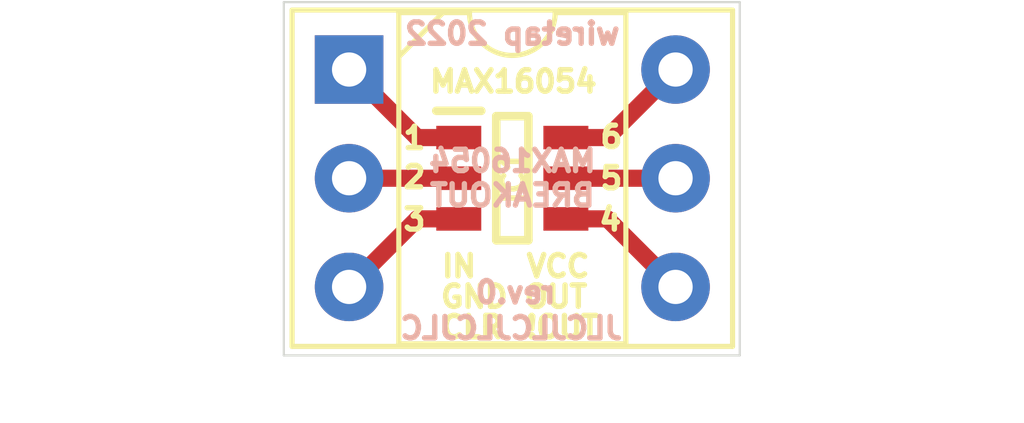
<source format=kicad_pcb>
(kicad_pcb (version 20171130) (host pcbnew "(5.1.6)-1")

  (general
    (thickness 1.6)
    (drawings 22)
    (tracks 10)
    (zones 0)
    (modules 2)
    (nets 7)
  )

  (page A4)
  (layers
    (0 F.Cu signal)
    (31 B.Cu signal)
    (32 B.Adhes user)
    (33 F.Adhes user)
    (34 B.Paste user)
    (35 F.Paste user)
    (36 B.SilkS user)
    (37 F.SilkS user)
    (38 B.Mask user)
    (39 F.Mask user)
    (40 Dwgs.User user)
    (41 Cmts.User user)
    (42 Eco1.User user)
    (43 Eco2.User user)
    (44 Edge.Cuts user)
    (45 Margin user)
    (46 B.CrtYd user)
    (47 F.CrtYd user)
    (48 B.Fab user)
    (49 F.Fab user)
  )

  (setup
    (last_trace_width 0.4)
    (user_trace_width 0.4)
    (trace_clearance 0.2)
    (zone_clearance 0.508)
    (zone_45_only no)
    (trace_min 0.2)
    (via_size 0.8)
    (via_drill 0.4)
    (via_min_size 0.4)
    (via_min_drill 0.3)
    (uvia_size 0.3)
    (uvia_drill 0.1)
    (uvias_allowed no)
    (uvia_min_size 0.2)
    (uvia_min_drill 0.1)
    (edge_width 0.05)
    (segment_width 0.2)
    (pcb_text_width 0.3)
    (pcb_text_size 1.5 1.5)
    (mod_edge_width 0.12)
    (mod_text_size 1 1)
    (mod_text_width 0.15)
    (pad_size 1.524 1.524)
    (pad_drill 0.762)
    (pad_to_mask_clearance 0.05)
    (aux_axis_origin 0 0)
    (visible_elements FFFFFF7F)
    (pcbplotparams
      (layerselection 0x010fc_ffffffff)
      (usegerberextensions false)
      (usegerberattributes true)
      (usegerberadvancedattributes true)
      (creategerberjobfile true)
      (excludeedgelayer true)
      (linewidth 0.100000)
      (plotframeref false)
      (viasonmask false)
      (mode 1)
      (useauxorigin false)
      (hpglpennumber 1)
      (hpglpenspeed 20)
      (hpglpendiameter 15.000000)
      (psnegative false)
      (psa4output false)
      (plotreference true)
      (plotvalue true)
      (plotinvisibletext false)
      (padsonsilk false)
      (subtractmaskfromsilk false)
      (outputformat 1)
      (mirror false)
      (drillshape 0)
      (scaleselection 1)
      (outputdirectory "//192.168.1.100/Personal/Charlie/~Retro/~PCB's and Kits/MAX16054 Breakout/MAX16054-breakout/gerbers/"))
  )

  (net 0 "")
  (net 1 /IN)
  (net 2 /GND)
  (net 3 /CLEAR)
  (net 4 /~OUT)
  (net 5 /OUT)
  (net 6 /VCC)

  (net_class Default "This is the default net class."
    (clearance 0.2)
    (trace_width 0.25)
    (via_dia 0.8)
    (via_drill 0.4)
    (uvia_dia 0.3)
    (uvia_drill 0.1)
    (add_net /CLEAR)
    (add_net /GND)
    (add_net /IN)
    (add_net /OUT)
    (add_net /VCC)
    (add_net /~OUT)
  )

  (module SOT95P275X110-6N (layer F.Cu) (tedit 0) (tstamp 636D89D5)
    (at 153.797 91.9988)
    (descr "THIN SOT23")
    (tags "Integrated Circuit")
    (path /636D2D0F)
    (attr smd)
    (fp_text reference IC1 (at 0.0254 -0.0254 90) (layer F.SilkS)
      (effects (font (size 0.5 0.5) (thickness 0.125)))
    )
    (fp_text value MAX16054AZT+T (at 0 0) (layer F.SilkS) hide
      (effects (font (size 1.27 1.27) (thickness 0.254)))
    )
    (fp_line (start -1.775 -1.575) (end -0.725 -1.575) (layer F.SilkS) (width 0.2))
    (fp_line (start -0.375 1.45) (end -0.375 -1.45) (layer F.SilkS) (width 0.2))
    (fp_line (start 0.375 1.45) (end -0.375 1.45) (layer F.SilkS) (width 0.2))
    (fp_line (start 0.375 -1.45) (end 0.375 1.45) (layer F.SilkS) (width 0.2))
    (fp_line (start -0.375 -1.45) (end 0.375 -1.45) (layer F.SilkS) (width 0.2))
    (fp_line (start -0.8 -0.5) (end 0.15 -1.45) (layer F.Fab) (width 0.1))
    (fp_line (start -0.8 1.45) (end -0.8 -1.45) (layer F.Fab) (width 0.1))
    (fp_line (start 0.8 1.45) (end -0.8 1.45) (layer F.Fab) (width 0.1))
    (fp_line (start 0.8 -1.45) (end 0.8 1.45) (layer F.Fab) (width 0.1))
    (fp_line (start -0.8 -1.45) (end 0.8 -1.45) (layer F.Fab) (width 0.1))
    (fp_line (start -2.025 1.75) (end -2.025 -1.75) (layer F.CrtYd) (width 0.05))
    (fp_line (start 2.025 1.75) (end -2.025 1.75) (layer F.CrtYd) (width 0.05))
    (fp_line (start 2.025 -1.75) (end 2.025 1.75) (layer F.CrtYd) (width 0.05))
    (fp_line (start -2.025 -1.75) (end 2.025 -1.75) (layer F.CrtYd) (width 0.05))
    (fp_text user %R (at 0 0) (layer F.Fab)
      (effects (font (size 1.27 1.27) (thickness 0.254)))
    )
    (pad 1 smd rect (at -1.25 -0.95 90) (size 0.55 1.05) (layers F.Cu F.Paste F.Mask)
      (net 1 /IN))
    (pad 2 smd rect (at -1.25 0 90) (size 0.55 1.05) (layers F.Cu F.Paste F.Mask)
      (net 2 /GND))
    (pad 3 smd rect (at -1.25 0.95 90) (size 0.55 1.05) (layers F.Cu F.Paste F.Mask)
      (net 3 /CLEAR))
    (pad 4 smd rect (at 1.25 0.95 90) (size 0.55 1.05) (layers F.Cu F.Paste F.Mask)
      (net 4 /~OUT))
    (pad 5 smd rect (at 1.25 0 90) (size 0.55 1.05) (layers F.Cu F.Paste F.Mask)
      (net 5 /OUT))
    (pad 6 smd rect (at 1.25 -0.95 90) (size 0.55 1.05) (layers F.Cu F.Paste F.Mask)
      (net 6 /VCC))
    (model "C:\\Users\\wiretap\\Downloads\\Kicad Library Downloads\\SamacSys_Parts.3dshapes\\MAX16054AZT+T.stp"
      (at (xyz 0 0 0))
      (scale (xyz 1 1 1))
      (rotate (xyz 0 0 0))
    )
  )

  (module Package_DIP:DIP-6_W7.62mm_Socket (layer F.Cu) (tedit 5A02E8C5) (tstamp 636D89F7)
    (at 149.987 89.4588)
    (descr "6-lead though-hole mounted DIP package, row spacing 7.62 mm (300 mils), Socket")
    (tags "THT DIP DIL PDIP 2.54mm 7.62mm 300mil Socket")
    (path /636D44C8)
    (fp_text reference J1 (at 3.81 -2.33) (layer F.SilkS) hide
      (effects (font (size 1 1) (thickness 0.15)))
    )
    (fp_text value Conn_02x03_Counter_Clockwise (at 3.81 7.41) (layer F.Fab)
      (effects (font (size 1 1) (thickness 0.15)))
    )
    (fp_line (start 9.15 -1.6) (end -1.55 -1.6) (layer F.CrtYd) (width 0.05))
    (fp_line (start 9.15 6.7) (end 9.15 -1.6) (layer F.CrtYd) (width 0.05))
    (fp_line (start -1.55 6.7) (end 9.15 6.7) (layer F.CrtYd) (width 0.05))
    (fp_line (start -1.55 -1.6) (end -1.55 6.7) (layer F.CrtYd) (width 0.05))
    (fp_line (start 8.95 -1.39) (end -1.33 -1.39) (layer F.SilkS) (width 0.12))
    (fp_line (start 8.95 6.47) (end 8.95 -1.39) (layer F.SilkS) (width 0.12))
    (fp_line (start -1.33 6.47) (end 8.95 6.47) (layer F.SilkS) (width 0.12))
    (fp_line (start -1.33 -1.39) (end -1.33 6.47) (layer F.SilkS) (width 0.12))
    (fp_line (start 6.46 -1.33) (end 4.81 -1.33) (layer F.SilkS) (width 0.12))
    (fp_line (start 6.46 6.41) (end 6.46 -1.33) (layer F.SilkS) (width 0.12))
    (fp_line (start 1.16 6.41) (end 6.46 6.41) (layer F.SilkS) (width 0.12))
    (fp_line (start 1.16 -1.33) (end 1.16 6.41) (layer F.SilkS) (width 0.12))
    (fp_line (start 2.81 -1.33) (end 1.16 -1.33) (layer F.SilkS) (width 0.12))
    (fp_line (start 8.89 -1.33) (end -1.27 -1.33) (layer F.Fab) (width 0.1))
    (fp_line (start 8.89 6.41) (end 8.89 -1.33) (layer F.Fab) (width 0.1))
    (fp_line (start -1.27 6.41) (end 8.89 6.41) (layer F.Fab) (width 0.1))
    (fp_line (start -1.27 -1.33) (end -1.27 6.41) (layer F.Fab) (width 0.1))
    (fp_line (start 0.635 -0.27) (end 1.635 -1.27) (layer F.Fab) (width 0.1))
    (fp_line (start 0.635 6.35) (end 0.635 -0.27) (layer F.Fab) (width 0.1))
    (fp_line (start 6.985 6.35) (end 0.635 6.35) (layer F.Fab) (width 0.1))
    (fp_line (start 6.985 -1.27) (end 6.985 6.35) (layer F.Fab) (width 0.1))
    (fp_line (start 1.635 -1.27) (end 6.985 -1.27) (layer F.Fab) (width 0.1))
    (fp_arc (start 3.81 -1.33) (end 2.81 -1.33) (angle -180) (layer F.SilkS) (width 0.12))
    (fp_text user %R (at 3.81 2.54) (layer F.Fab)
      (effects (font (size 1 1) (thickness 0.15)))
    )
    (pad 1 thru_hole rect (at 0 0) (size 1.6 1.6) (drill 0.8) (layers *.Cu *.Mask)
      (net 1 /IN))
    (pad 4 thru_hole oval (at 7.62 5.08) (size 1.6 1.6) (drill 0.8) (layers *.Cu *.Mask)
      (net 4 /~OUT))
    (pad 2 thru_hole oval (at 0 2.54) (size 1.6 1.6) (drill 0.8) (layers *.Cu *.Mask)
      (net 2 /GND))
    (pad 5 thru_hole oval (at 7.62 2.54) (size 1.6 1.6) (drill 0.8) (layers *.Cu *.Mask)
      (net 5 /OUT))
    (pad 3 thru_hole oval (at 0 5.08) (size 1.6 1.6) (drill 0.8) (layers *.Cu *.Mask)
      (net 3 /CLEAR))
    (pad 6 thru_hole oval (at 7.62 0) (size 1.6 1.6) (drill 0.8) (layers *.Cu *.Mask)
      (net 6 /VCC))
    (model ${KISYS3DMOD}/Connector_PinHeader_2.54mm.3dshapes/PinHeader_1x03_P2.54mm_Vertical.step
      (offset (xyz 0 0 -2))
      (scale (xyz 1 1 1))
      (rotate (xyz 0 -180 0))
    )
    (model ${KISYS3DMOD}/Connector_PinHeader_2.54mm.3dshapes/PinHeader_1x03_P2.54mm_Vertical.step
      (offset (xyz 7.5 0 -2))
      (scale (xyz 1 1 1))
      (rotate (xyz 0 -180 0))
    )
  )

  (gr_text JLCJLCJLCJLC (at 153.7716 95.504) (layer B.SilkS)
    (effects (font (size 0.5 0.5) (thickness 0.125)) (justify mirror))
  )
  (gr_text 6 (at 156.1084 91.0336) (layer F.SilkS)
    (effects (font (size 0.5 0.5) (thickness 0.125)))
  )
  (gr_text 5 (at 156.1084 91.9988) (layer F.SilkS)
    (effects (font (size 0.5 0.5) (thickness 0.125)))
  )
  (gr_text 4 (at 156.083 92.964) (layer F.SilkS)
    (effects (font (size 0.5 0.5) (thickness 0.125)))
  )
  (gr_text 3 (at 151.511 92.964) (layer F.SilkS)
    (effects (font (size 0.5 0.5) (thickness 0.125)))
  )
  (gr_text 2 (at 151.511 91.9734) (layer F.SilkS)
    (effects (font (size 0.5 0.5) (thickness 0.125)))
  )
  (gr_text 1 (at 151.511 91.059) (layer F.SilkS)
    (effects (font (size 0.5 0.5) (thickness 0.125)))
  )
  (gr_text "MAX16054\nBREAKOUT" (at 153.797 91.9988) (layer B.SilkS)
    (effects (font (size 0.5 0.5) (thickness 0.125)) (justify mirror))
  )
  (gr_text rev.0 (at 153.8732 94.6658) (layer B.SilkS)
    (effects (font (size 0.5 0.5) (thickness 0.125)) (justify mirror))
  )
  (gr_text "wiretap 2022" (at 153.797 88.6206) (layer B.SilkS)
    (effects (font (size 0.5 0.5) (thickness 0.125)) (justify mirror))
  )
  (gr_line (start 151.1554 89.154) (end 152.1968 88.1126) (layer F.SilkS) (width 0.12))
  (gr_text MAX16054 (at 153.8224 89.7382) (layer F.SilkS)
    (effects (font (size 0.5 0.5) (thickness 0.125)))
  )
  (gr_text !OUT (at 154.9654 95.4786) (layer F.SilkS)
    (effects (font (size 0.5 0.5) (thickness 0.125)))
  )
  (gr_text OUT (at 154.813 94.7674) (layer F.SilkS)
    (effects (font (size 0.5 0.5) (thickness 0.125)))
  )
  (gr_text VCC (at 154.8638 94.0562) (layer F.SilkS)
    (effects (font (size 0.5 0.5) (thickness 0.125)))
  )
  (gr_text CLR (at 152.8572 95.4786) (layer F.SilkS)
    (effects (font (size 0.5 0.5) (thickness 0.125)))
  )
  (gr_text GND (at 152.908 94.7674) (layer F.SilkS)
    (effects (font (size 0.5 0.5) (thickness 0.125)))
  )
  (gr_text IN (at 152.5524 94.0562) (layer F.SilkS)
    (effects (font (size 0.5 0.5) (thickness 0.125)))
  )
  (gr_line (start 159.1056 96.139) (end 159.1056 87.884) (layer Edge.Cuts) (width 0.05) (tstamp 636D8CAE))
  (gr_line (start 148.463 96.139) (end 159.1056 96.139) (layer Edge.Cuts) (width 0.05))
  (gr_line (start 148.463 87.884) (end 148.463 96.139) (layer Edge.Cuts) (width 0.05))
  (gr_line (start 159.1056 87.884) (end 148.463 87.884) (layer Edge.Cuts) (width 0.05))

  (segment (start 151.577 91.0488) (end 149.987 89.4588) (width 0.4) (layer F.Cu) (net 1))
  (segment (start 152.547 91.0488) (end 151.577 91.0488) (width 0.4) (layer F.Cu) (net 1))
  (segment (start 152.547 91.9988) (end 149.987 91.9988) (width 0.4) (layer F.Cu) (net 2))
  (segment (start 151.577 92.9488) (end 149.987 94.5388) (width 0.4) (layer F.Cu) (net 3))
  (segment (start 152.547 92.9488) (end 151.577 92.9488) (width 0.4) (layer F.Cu) (net 3))
  (segment (start 156.017 92.9488) (end 157.607 94.5388) (width 0.4) (layer F.Cu) (net 4))
  (segment (start 155.047 92.9488) (end 156.017 92.9488) (width 0.4) (layer F.Cu) (net 4))
  (segment (start 155.047 91.9988) (end 157.607 91.9988) (width 0.4) (layer F.Cu) (net 5))
  (segment (start 156.017 91.0488) (end 157.607 89.4588) (width 0.4) (layer F.Cu) (net 6))
  (segment (start 155.047 91.0488) (end 156.017 91.0488) (width 0.4) (layer F.Cu) (net 6))

)

</source>
